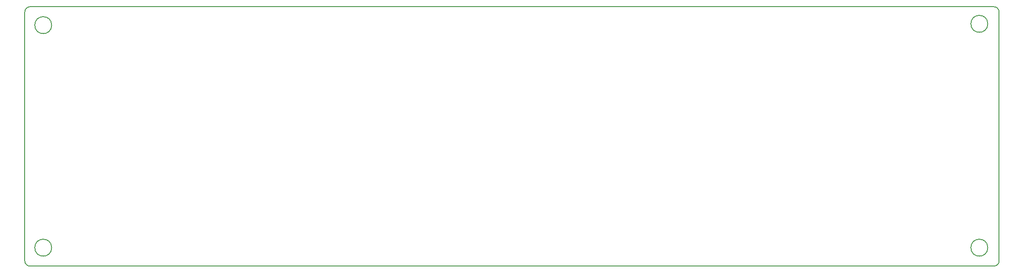
<source format=gbr>
G04 #@! TF.GenerationSoftware,KiCad,Pcbnew,(5.1.2)-1*
G04 #@! TF.CreationDate,2020-03-03T11:05:45-06:00*
G04 #@! TF.ProjectId,ODriveInterfacingBoard,4f447269-7665-4496-9e74-657266616369,rev?*
G04 #@! TF.SameCoordinates,Original*
G04 #@! TF.FileFunction,Profile,NP*
%FSLAX46Y46*%
G04 Gerber Fmt 4.6, Leading zero omitted, Abs format (unit mm)*
G04 Created by KiCad (PCBNEW (5.1.2)-1) date 2020-03-03 11:05:45*
%MOMM*%
%LPD*%
G04 APERTURE LIST*
%ADD10C,0.150000*%
G04 APERTURE END LIST*
D10*
X237744000Y-72898000D02*
G75*
G02X238760000Y-73914000I0J-1016000D01*
G01*
X238760000Y-121920000D02*
G75*
G02X237744000Y-122936000I-1016000J0D01*
G01*
X52070000Y-122936000D02*
G75*
G02X51054000Y-121920000I0J1016000D01*
G01*
X51054000Y-73914000D02*
G75*
G02X52070000Y-72898000I1016000J0D01*
G01*
X236581950Y-119380000D02*
G75*
G03X236581950Y-119380000I-1631950J0D01*
G01*
X236581950Y-76200000D02*
G75*
G03X236581950Y-76200000I-1631950J0D01*
G01*
X56241950Y-119380000D02*
G75*
G03X56241950Y-119380000I-1631950J0D01*
G01*
X56241950Y-76454000D02*
G75*
G03X56241950Y-76454000I-1631950J0D01*
G01*
X76327000Y-72898000D02*
X211836000Y-72898000D01*
X76649580Y-122936000D02*
X211836000Y-122936000D01*
X51054000Y-121920000D02*
X51054000Y-73914000D01*
X52070000Y-122936000D02*
X76649580Y-122936000D01*
X52070000Y-72898000D02*
X76327000Y-72898000D01*
X238760000Y-73914000D02*
X238760000Y-121920000D01*
X211836000Y-72898000D02*
X237744000Y-72898000D01*
X211836000Y-122936000D02*
X237744000Y-122936000D01*
M02*

</source>
